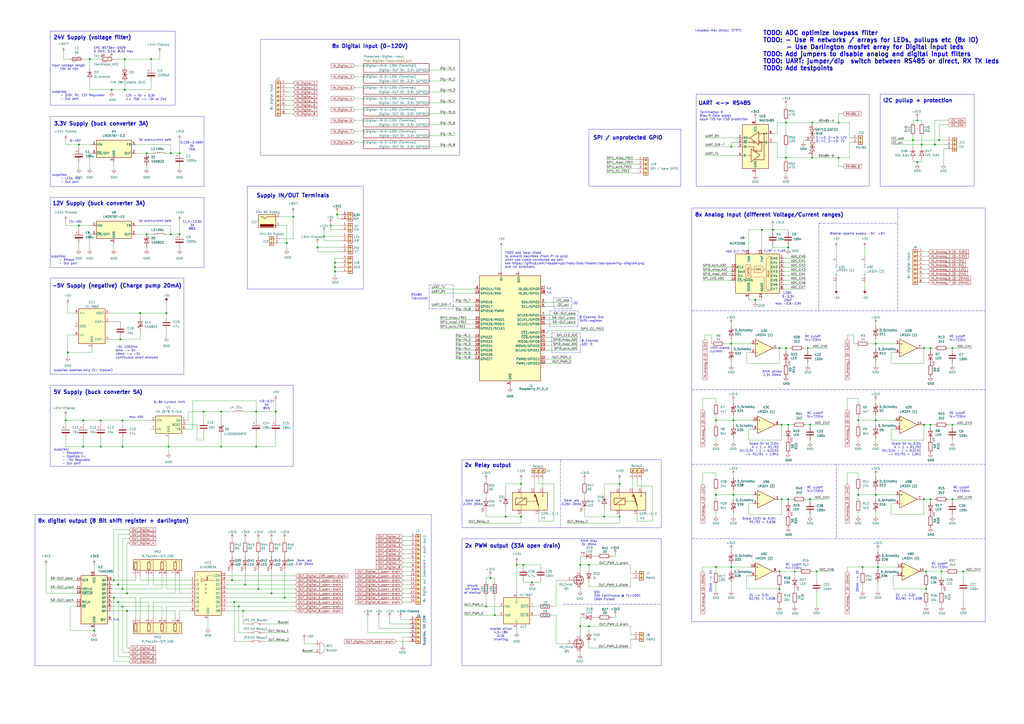
<source format=kicad_sch>
(kicad_sch
	(version 20231120)
	(generator "eeschema")
	(generator_version "8.0")
	(uuid "af4d11a6-73e1-4c39-a25e-5fe7dfa07237")
	(paper "A2")
	
	(junction
		(at 48.26 259.08)
		(diameter 0)
		(color 0 0 0 0)
		(uuid "04e54955-95ed-4070-adbb-7cee1b2c7a8b")
	)
	(junction
		(at 135.89 349.25)
		(diameter 0)
		(color 0 0 0 0)
		(uuid "05eca1c0-0042-44d8-82a8-b1f48175c33d")
	)
	(junction
		(at 486.41 91.44)
		(diameter 0)
		(color 0 0 0 0)
		(uuid "06f335d7-63de-4572-a20a-022b6c7f93c9")
	)
	(junction
		(at 542.29 83.82)
		(diameter 0)
		(color 0 0 0 0)
		(uuid "072c8fc6-89d0-4715-8ea4-dd9134761f17")
	)
	(junction
		(at 529.59 81.28)
		(diameter 0)
		(color 0 0 0 0)
		(uuid "07823899-5798-4592-8eff-8b1fe5858f30")
	)
	(junction
		(at 308.61 337.82)
		(diameter 0)
		(color 0 0 0 0)
		(uuid "0c7b1ae2-c684-4906-92c2-8dfa0b9613b9")
	)
	(junction
		(at 455.93 201.93)
		(diameter 0)
		(color 0 0 0 0)
		(uuid "0fefb793-9883-40a2-bd83-f35b47e8dbdb")
	)
	(junction
		(at 66.04 336.55)
		(diameter 0)
		(color 0 0 0 0)
		(uuid "10026633-9ac7-4b72-aa53-10151f42da81")
	)
	(junction
		(at 71.12 243.84)
		(diameter 0)
		(color 0 0 0 0)
		(uuid "105d8991-ac05-4276-b194-5060bc474cf0")
	)
	(junction
		(at 424.18 328.93)
		(diameter 0)
		(color 0 0 0 0)
		(uuid "11161079-c1a9-4ebe-8de9-fa873f6e9640")
	)
	(junction
		(at 142.24 339.09)
		(diameter 0)
		(color 0 0 0 0)
		(uuid "11903fdd-3575-4409-96d6-35550cd46cfd")
	)
	(junction
		(at 284.48 335.28)
		(diameter 0)
		(color 0 0 0 0)
		(uuid "14ee932b-b4bf-415b-ab21-01e0b930417b")
	)
	(junction
		(at 39.37 204.47)
		(diameter 0)
		(color 0 0 0 0)
		(uuid "16107448-b037-4021-a9bb-1fb19d6f36c7")
	)
	(junction
		(at 471.17 71.12)
		(diameter 0)
		(color 0 0 0 0)
		(uuid "1827b75e-5515-4844-a399-117e6918fd73")
	)
	(junction
		(at 149.86 341.63)
		(diameter 0)
		(color 0 0 0 0)
		(uuid "1ab2b0ca-ba04-4500-a455-f6bec6b9245f")
	)
	(junction
		(at 532.13 93.98)
		(diameter 0)
		(color 0 0 0 0)
		(uuid "1c476741-4a7f-44e7-a84a-5b0fc50d1df8")
	)
	(junction
		(at 72.39 52.07)
		(diameter 0)
		(color 0 0 0 0)
		(uuid "1ca1e8b3-a925-433d-8b97-4bcdb1b98a40")
	)
	(junction
		(at 457.2 246.38)
		(diameter 0)
		(color 0 0 0 0)
		(uuid "209182a8-b4b9-40cd-b5b2-bd90b860e927")
	)
	(junction
		(at 461.01 331.47)
		(diameter 0)
		(color 0 0 0 0)
		(uuid "2108f88e-bd30-4e37-bd43-f81a6b0a951c")
	)
	(junction
		(at 302.26 280.67)
		(diameter 0)
		(color 0 0 0 0)
		(uuid "213f96fc-26d9-4cf1-83bd-f4336ef00b81")
	)
	(junction
		(at 350.52 299.72)
		(diameter 0)
		(color 0 0 0 0)
		(uuid "236f3f4e-76e9-4351-baf1-7665cdb427aa")
	)
	(junction
		(at 128.27 238.76)
		(diameter 0)
		(color 0 0 0 0)
		(uuid "28045595-b22a-4b06-9953-9f52298bbfc3")
	)
	(junction
		(at 425.45 287.02)
		(diameter 0)
		(color 0 0 0 0)
		(uuid "28934ae1-6d54-433a-8602-d8951919fe72")
	)
	(junction
		(at 336.55 327.66)
		(diameter 0)
		(color 0 0 0 0)
		(uuid "2a544a35-89e9-4403-a76e-deca404b0df4")
	)
	(junction
		(at 455.93 71.12)
		(diameter 0)
		(color 0 0 0 0)
		(uuid "2d47b40e-d23f-458b-8bda-f40f4a63d16c")
	)
	(junction
		(at 415.29 287.02)
		(diameter 0)
		(color 0 0 0 0)
		(uuid "2f3e2706-66a2-4ddc-84d7-d0f87e408bee")
	)
	(junction
		(at 52.07 34.29)
		(diameter 0)
		(color 0 0 0 0)
		(uuid "323916cf-5786-4346-bdcd-89c81cb32737")
	)
	(junction
		(at 170.18 125.73)
		(diameter 0)
		(color 0 0 0 0)
		(uuid "36c7ffc8-59d3-497b-8dce-a7b0d2f66aca")
	)
	(junction
		(at 184.15 143.51)
		(diameter 0)
		(color 0 0 0 0)
		(uuid "36d68065-ce7c-4d04-bfc0-73baed985380")
	)
	(junction
		(at 48.26 243.84)
		(diameter 0)
		(color 0 0 0 0)
		(uuid "383ef42e-22d7-43b3-89d3-2af42737728c")
	)
	(junction
		(at 535.94 246.38)
		(diameter 0)
		(color 0 0 0 0)
		(uuid "3ae78f7f-94a6-4485-a6b5-d7ce73e1abef")
	)
	(junction
		(at 54.61 365.76)
		(diameter 0)
		(color 0 0 0 0)
		(uuid "3c754c5e-b249-46c4-9d05-9f550316aca5")
	)
	(junction
		(at 415.29 328.93)
		(diameter 0)
		(color 0 0 0 0)
		(uuid "3e62f561-0d72-4e6a-934a-49655edcba7a")
	)
	(junction
		(at 195.58 124.46)
		(diameter 0)
		(color 0 0 0 0)
		(uuid "4165b357-897a-49f2-9ef7-d976d8e6b00f")
	)
	(junction
		(at 58.42 243.84)
		(diameter 0)
		(color 0 0 0 0)
		(uuid "422bc740-9691-4697-b466-286d91cb40aa")
	)
	(junction
		(at 448.31 133.35)
		(diameter 0)
		(color 0 0 0 0)
		(uuid "42f8f2a2-d4f1-4f85-a7f3-af76fd15f334")
	)
	(junction
		(at 281.94 351.79)
		(diameter 0)
		(color 0 0 0 0)
		(uuid "45df1d33-cd46-4ea8-8c84-ecb0d5402893")
	)
	(junction
		(at 81.28 181.61)
		(diameter 0)
		(color 0 0 0 0)
		(uuid "49b65474-3c4a-461b-8a68-40a6b20540ce")
	)
	(junction
		(at 535.94 201.93)
		(diameter 0)
		(color 0 0 0 0)
		(uuid "4c28afa4-cb18-4457-bfd3-5c53dabd8baa")
	)
	(junction
		(at 66.04 346.71)
		(diameter 0)
		(color 0 0 0 0)
		(uuid "4dd49bce-72c0-4885-aaa1-4fc2ceee5ed9")
	)
	(junction
		(at 438.15 173.99)
		(diameter 0)
		(color 0 0 0 0)
		(uuid "4e57230f-aabe-47d0-b863-f2adc3d1ffe4")
	)
	(junction
		(at 537.21 331.47)
		(diameter 0)
		(color 0 0 0 0)
		(uuid "51a2075d-152f-4706-892e-e33346bc5c7c")
	)
	(junction
		(at 469.9 289.56)
		(diameter 0)
		(color 0 0 0 0)
		(uuid "5350fbf4-d95b-437a-9686-20f0bf58d3a4")
	)
	(junction
		(at 534.67 83.82)
		(diameter 0)
		(color 0 0 0 0)
		(uuid "53d66afe-70cb-456e-9b1b-03e37a30427c")
	)
	(junction
		(at 535.94 289.56)
		(diameter 0)
		(color 0 0 0 0)
		(uuid "5453c15f-3da7-498f-b4d4-eefd4a32800e")
	)
	(junction
		(at 71.12 259.08)
		(diameter 0)
		(color 0 0 0 0)
		(uuid "548e2dfb-04f2-4d21-ab49-d803782e4bea")
	)
	(junction
		(at 165.1 346.71)
		(diameter 0)
		(color 0 0 0 0)
		(uuid "5728ee18-fcb1-40dc-a17f-8fbad76f4f48")
	)
	(junction
		(at 497.84 243.84)
		(diameter 0)
		(color 0 0 0 0)
		(uuid "57a339c8-b411-45ff-a169-a3416d23d890")
	)
	(junction
		(at 359.41 299.72)
		(diameter 0)
		(color 0 0 0 0)
		(uuid "58641e9a-dfea-4a17-a599-d3f20704b922")
	)
	(junction
		(at 104.14 135.89)
		(diameter 0)
		(color 0 0 0 0)
		(uuid "5b0eb3d4-c4be-4d9b-9e7b-ef02c7a05fa6")
	)
	(junction
		(at 552.45 246.38)
		(diameter 0)
		(color 0 0 0 0)
		(uuid "5fd46808-879e-44b8-af18-96d3e87ab16f")
	)
	(junction
		(at 104.14 88.9)
		(diameter 0)
		(color 0 0 0 0)
		(uuid "6030d6cb-547f-4627-bb7a-29b5d50e2d7c")
	)
	(junction
		(at 532.13 69.85)
		(diameter 0)
		(color 0 0 0 0)
		(uuid "60649139-4bdd-472e-9af5-360b27505cfe")
	)
	(junction
		(at 45.72 83.82)
		(diameter 0)
		(color 0 0 0 0)
		(uuid "61300700-7a6f-4cf0-89e3-de24251aaf76")
	)
	(junction
		(at 500.38 328.93)
		(diameter 0)
		(color 0 0 0 0)
		(uuid "628c5c50-25e2-4f91-8c48-b88818b7ae22")
	)
	(junction
		(at 508 243.84)
		(diameter 0)
		(color 0 0 0 0)
		(uuid "681b0c0c-503e-42b4-b413-9d8b61948eb7")
	)
	(junction
		(at 187.96 137.16)
		(diameter 0)
		(color 0 0 0 0)
		(uuid "6cf7d574-f4cc-4d2d-aaa4-333b42743989")
	)
	(junction
		(at 299.72 327.66)
		(diameter 0)
		(color 0 0 0 0)
		(uuid "6f8dae14-e5bb-4ed3-8136-992dd6b276bb")
	)
	(junction
		(at 441.96 133.35)
		(diameter 0)
		(color 0 0 0 0)
		(uuid "71c80c36-cea0-487c-bcb3-ac90e6cf6909")
	)
	(junction
		(at 99.06 135.89)
		(diameter 0)
		(color 0 0 0 0)
		(uuid "72aa6fa5-05f9-4fb4-9b06-f61f0b76719e")
	)
	(junction
		(at 497.84 287.02)
		(diameter 0)
		(color 0 0 0 0)
		(uuid "72cd6455-fb65-4b52-8421-80100f0ddc8f")
	)
	(junction
		(at 68.58 339.09)
		(diameter 0)
		(color 0 0 0 0)
		(uuid "751fb691-f4d4-4afb-8c99-237d44216e6a")
	)
	(junction
		(at 160.02 238.76)
		(diameter 0)
		(color 0 0 0 0)
		(uuid "75c001cd-17a9-469a-b125-e6fab77c80b6")
	)
	(junction
		(at 457.2 143.51)
		(diameter 0)
		(color 0 0 0 0)
		(uuid "7b6a19d9-d84c-4ace-9ad2-e52657e5669a")
	)
	(junction
		(at 96.52 181.61)
		(diameter 0)
		(color 0 0 0 0)
		(uuid "7e3134f9-4b48-4e64-b337-949ca5145048")
	)
	(junction
		(at 166.37 140.97)
		(diameter 0)
		(color 0 0 0 0)
		(uuid "7e34b571-ccc5-431c-9beb-4c51058dace2")
	)
	(junction
		(at 452.12 331.47)
		(diameter 0)
		(color 0 0 0 0)
		(uuid "7eee6ae0-e862-4cf5-a20a-077da3b5824a")
	)
	(junction
		(at 552.45 201.93)
		(diameter 0)
		(color 0 0 0 0)
		(uuid "85be4b5b-1dd3-4429-a51f-714f415e4cb3")
	)
	(junction
		(at 58.42 259.08)
		(diameter 0)
		(color 0 0 0 0)
		(uuid "8858408f-f194-4c4f-bd3d-5f79bdeb0f2d")
	)
	(junction
		(at 194.31 152.4)
		(diameter 0)
		(color 0 0 0 0)
		(uuid "88c2711e-5b03-40e9-b711-09a368eecd39")
	)
	(junction
		(at 148.59 259.08)
		(diameter 0)
		(color 0 0 0 0)
		(uuid "89ab178e-a455-4ee1-9c37-6616d82dbbfd")
	)
	(junction
		(at 99.06 88.9)
		(diameter 0)
		(color 0 0 0 0)
		(uuid "8a14436b-3658-4869-9928-b6970ddfd0dd")
	)
	(junction
		(at 425.45 243.84)
		(diameter 0)
		(color 0 0 0 0)
		(uuid "8c0d1323-aeaa-4fdf-940b-e96e8f624588")
	)
	(junction
		(at 508 287.02)
		(diameter 0)
		(color 0 0 0 0)
		(uuid "8c384515-970b-4a9b-9d25-34f7c7cf5a31")
	)
	(junction
		(at 303.53 327.66)
		(diameter 0)
		(color 0 0 0 0)
		(uuid "900094c6-ad82-42ce-b9e4-bbff1fbd4f7d")
	)
	(junction
		(at 157.48 344.17)
		(diameter 0)
		(color 0 0 0 0)
		(uuid "96561ec8-8fb0-4b54-8190-e8ea97ddc94c")
	)
	(junction
		(at 45.72 130.81)
		(diameter 0)
		(color 0 0 0 0)
		(uuid "9ce26f46-c13d-457f-b7ea-3cb9a3964209")
	)
	(junction
		(at 87.63 34.29)
		(diameter 0)
		(color 0 0 0 0)
		(uuid "9e5cf790-7802-46af-ab1e-37a6016aa652")
	)
	(junction
		(at 537.21 341.63)
		(diameter 0)
		(color 0 0 0 0)
		(uuid "9f9cd4a1-53b7-4b90-939d-1f42f0144daf")
	)
	(junction
		(at 71.12 341.63)
		(diameter 0)
		(color 0 0 0 0)
		(uuid "a02a0c35-7237-4690-930d-ae7d81a03d46")
	)
	(junction
		(at 148.59 238.76)
		(diameter 0)
		(color 0 0 0 0)
		(uuid "a1035066-f2bd-42c1-b35e-660253af95e6")
	)
	(junction
		(at 38.1 243.84)
		(diameter 0)
		(color 0 0 0 0)
		(uuid "a1588343-c251-454b-b53e-fff8eaaaa3ac")
	)
	(junction
		(at 424.18 85.09)
		(diameter 0)
		(color 0 0 0 0)
		(uuid "a3b0547d-f7ce-442b-817a-271db96a0661")
	)
	(junction
		(at 457.2 289.56)
		(diameter 0)
		(color 0 0 0 0)
		(uuid "a647ae42-673a-4b30-ba91-f5c0de2d1fb1")
	)
	(junction
		(at 415.29 243.84)
		(diameter 0)
		(color 0 0 0 0)
		(uuid "a8916f2a-3760-4408-a711-e8008e50a42d")
	)
	(junction
		(at 552.45 289.56)
		(diameter 0)
		(color 0 0 0 0)
		(uuid "a8b20a5e-2fbe-4704-8e22-2faf27846df8")
	)
	(junction
		(at 469.9 246.38)
		(diameter 0)
		(color 0 0 0 0)
		(uuid "aad29792-d123-4844-9da8-1df2be24a9d5")
	)
	(junction
		(at 509.27 328.93)
		(diameter 0)
		(color 0 0 0 0)
		(uuid "ab657e53-e46e-4daf-86ec-72046f57a401")
	)
	(junction
		(at 293.37 299.72)
		(diameter 0)
		(color 0 0 0 0)
		(uuid "ac1970be-fc9a-493a-b832-4f526b5d8a6f")
	)
	(junction
		(at 544.83 81.28)
		(diameter 0)
		(color 0 0 0 0)
		(uuid "ac4ac232-9a0f-4efe-bd40-aa7c1fcbaeed")
	)
	(junction
		(at 64.77 52.07)
		(diameter 0)
		(color 0 0 0 0)
		(uuid "aec62089-2d46-4a73-8fe2-9440797f680d")
	)
	(junction
		(at 191.77 130.81)
		(diameter 0)
		(color 0 0 0 0)
		(uuid "afe0a47e-780f-4d3f-922b-cf183727c03c")
	)
	(junction
		(at 140.97 354.33)
		(diameter 0)
		(color 0 0 0 0)
		(uuid "b03b65c9-d63a-4b4e-b4bc-bfd5bb85047b")
	)
	(junction
		(at 128.27 259.08)
		(diameter 0)
		(color 0 0 0 0)
		(uuid "b129a554-6918-436f-b908-937c28939470")
	)
	(junction
		(at 194.31 154.94)
		(diameter 0)
		(color 0 0 0 0)
		(uuid "b2e8f750-2b92-45ce-8a68-634998755450")
	)
	(junction
		(at 85.09 135.89)
		(diameter 0)
		(color 0 0 0 0)
		(uuid "b75be159-2e10-4f46-b206-2354b78b9157")
	)
	(junction
		(at 486.41 71.12)
		(diameter 0)
		(color 0 0 0 0)
		(uuid "b75f83a7-ff43-422c-8aef-b23c65dc9f58")
	)
	(junction
		(at 452.12 341.63)
		(diameter 0)
		(color 0 0 0 0)
		(uuid "bc0e8895-a168-4b32-a3ae-032222041331")
	)
	(junction
		(at 85.09 88.9)
		(diameter 0)
		(color 0 0 0 0)
		(uuid "bcb07714-ac5e-4281-b3c3-552386782e56")
	)
	(junction
		(at 359.41 280.67)
		(diameter 0)
		(color 0 0 0 0)
		(uuid "c25e2208-2d4a-4a5d-b1b6-520bc7405c20")
	)
	(junction
		(at 71.12 351.79)
		(diameter 0)
		(color 0 0 0 0)
		(uuid "c2a7d60c-8406-4629-9f9f-20facc991908")
	)
	(junction
		(at 336.55 363.22)
		(diameter 0)
		(color 0 0 0 0)
		(uuid "c583ebaa-dbb1-42bf-9503-cd46d9d9c934")
	)
	(junction
		(at 424.18 199.39)
		(diameter 0)
		(color 0 0 0 0)
		(uuid "c5e0eb5b-7c3b-45d6-94c4-c8f1aeb4edda")
	)
	(junction
		(at 558.8 331.47)
		(diameter 0)
		(color 0 0 0 0)
		(uuid "c6fd9455-a40f-495c-b522-dad68ccccb40")
	)
	(junction
		(at 68.58 349.25)
		(diameter 0)
		(color 0 0 0 0)
		(uuid "c7252f51-5593-44ea-9ef0-15644cb2b836")
	)
	(junction
		(at 468.63 201.93)
		(diameter 0)
		(color 0 0 0 0)
		(uuid "c9a1a788-271b-4313-91ac-1eb41a1be2d1")
	)
	(junction
		(at 73.66 344.17)
		(diameter 0)
		(color 0 0 0 0)
		(uuid "ca97fd06-a20b-4255-9402-c6f0775648c9")
	)
	(junction
		(at 539.75 289.56)
		(diameter 0)
		(color 0 0 0 0)
		(uuid "cce9ddbf-6d0b-4bc9-aa3e-08b573ecddaa")
	)
	(junction
		(at 539.75 246.38)
		(diameter 0)
		(color 0 0 0 0)
		(uuid "cef5d492-924d-4b16-915e-16292a4ec979")
	)
	(junction
		(at 546.1 331.47)
		(diameter 0)
		(color 0 0 0 0)
		(uuid "d3002e4b-d3e1-40cc-9b8a-5d2c7334c6dd")
	)
	(junction
		(at 539.75 201.93)
		(diameter 0)
		(color 0 0 0 0)
		(uuid "d5958f52-db39-4d96-9f5c-46cc0e0a9c13")
	)
	(junction
		(at 471.17 91.44)
		(diameter 0)
		(color 0 0 0 0)
		(uuid "d5f0980c-b894-41c8-ad9a-99d84da95533")
	)
	(junction
		(at 341.63 363.22)
		(diameter 0)
		(color 0 0 0 0)
		(uuid "d7f6abff-a394-48b0-8295-d13e407a04cb")
	)
	(junction
		(at 72.39 34.29)
		(diameter 0)
		(color 0 0 0 0)
		(uuid "d8f092e7-91d1-49cd-8b38-bfbac74525e6")
	)
	(junction
		(at 473.71 331.47)
		(diameter 0)
		(color 0 0 0 0)
		(uuid "dd672ca4-9aed-4510-a18a-eaf4c4b1b5b2")
	)
	(junction
		(at 508 199.39)
		(diameter 0)
		(color 0 0 0 0)
		(uuid "dd99b0be-8d82-412c-a9e5-745f68c0f208")
	)
	(junction
		(at 453.39 246.38)
		(diameter 0)
		(color 0 0 0 0)
		(uuid "e06e2f01-d838-48f6-8efa-7e05b926ca29")
	)
	(junction
		(at 302.26 299.72)
		(diameter 0)
		(color 0 0 0 0)
		(uuid "e0fcc60c-adef-4503-b67d-31eec596d694")
	)
	(junction
		(at 287.02 356.87)
		(diameter 0)
		(color 0 0 0 0)
		(uuid "e53c7c71-19dd-4ec4-8ce2-7755b910932a")
	)
	(junction
		(at 134.62 336.55)
		(diameter 0)
		(color 0 0 0 0)
		(uuid "e5bd5461-5bb2-4b08-87c8-6e463ef8db0a")
	)
	(junction
		(at 118.11 238.76)
		(diameter 0)
		(color 0 0 0 0)
		(uuid "e70a65f8-f7a2-47ed-978c-48ab0ab55eb7")
	)
	(junction
		(at 341.63 327.66)
		(diameter 0)
		(color 0 0 0 0)
		(uuid "e8615103-e90c-4f75-b440-b8fad443ff1e")
	)
	(junction
		(at 69.85 196.85)
		(diameter 0)
		(color 0 0 0 0)
		(uuid "eac55c9c-6217-4313-8428-a310d44dd53f")
	)
	(junction
		(at 455.93 91.44)
		(diameter 0)
		(color 0 0 0 0)
		(uuid "ed02a82a-9a4c-446b-b18a-c2e77fed11fa")
	)
	(junction
		(at 453.39 289.56)
		(diameter 0)
		(color 0 0 0 0)
		(uuid "ef6c709f-f6a8-4332-b336-2fc745163133")
	)
	(junction
		(at 97.79 259.08)
		(diameter 0)
		(color 0 0 0 0)
		(uuid "f74be3ca-6702-47ef-b237-4f888ce46f38")
	)
	(junction
		(at 194.31 157.48)
		(diameter 0)
		(color 0 0 0 0)
		(uuid "f7f75933-16ea-47d7-b287-2e617fa65d71")
	)
	(junction
		(at 138.43 351.79)
		(diameter 0)
		(color 0 0 0 0)
		(uuid "fae7fc45-5150-4de6-9de8-a36ec31aa312")
	)
	(junction
		(at 452.12 201.93)
		(diameter 0)
		(color 0 0 0 0)
		(uuid "fbce1fdb-db5b-4f19-bbb5-0a9c27bcbc89")
	)
	(junction
		(at 73.66 354.33)
		(diameter 0)
		(color 0 0 0 0)
		(uuid "fcfc1728-3653-4623-b7b5-a4e4cd6811ba")
	)
	(wire
		(pts
			(xy 457.2 142.24) (xy 457.2 143.51)
		)
		(stroke
			(width 0)
			(type default)
		)
		(uuid "0054231e-6c1c-4b62-a261-da803b448710")
	)
	(wire
		(pts
			(xy 198.12 139.7) (xy 187.96 139.7)
		)
		(stroke
			(width 0)
			(type default)
		)
		(uuid "00545783-b683-4c25-a5a8-313c6c100a89")
	)
	(wire
		(pts
			(xy 233.68 323.85) (xy 237.49 323.85)
		)
		(stroke
			(width 0)
			(type default)
		)
		(uuid "00818073-0ff6-4df9-84ad-d009831f149e")
	)
	(wire
		(pts
			(xy 157.48 330.2) (xy 157.48 344.17)
		)
		(stroke
			(width 0)
			(type default)
		)
		(uuid "008afce7-2f89-4bee-bec1-74412a14f6ad")
	)
	(wire
		(pts
			(xy 415.29 339.09) (xy 415.29 342.9)
		)
		(stroke
			(width 0)
			(type default)
		)
		(uuid "00ef2f56-37bd-4ed0-aeb9-aa019bd24e2f")
	)
	(wire
		(pts
			(xy 138.43 367.03) (xy 138.43 351.79)
		)
		(stroke
			(width 0)
			(type default)
		)
		(uuid "00fdba94-28e0-4b7e-a3f6-8468a273182f")
	)
	(wire
		(pts
			(xy 287.02 356.87) (xy 289.56 356.87)
		)
		(stroke
			(width 0)
			(type default)
		)
		(uuid "017d5216-18df-44a3-a6da-36993ef9117e")
	)
	(wire
		(pts
			(xy 469.9 246.38) (xy 469.9 247.65)
		)
		(stroke
			(width 0)
			(type default)
		)
		(uuid "01a5f7f5-381b-4726-8886-b420b25ccedd")
	)
	(wire
		(pts
			(xy 130.81 349.25) (xy 135.89 349.25)
		)
		(stroke
			(width 0)
			(type default)
		)
		(uuid "01f70877-5d35-4473-8154-b32633fb4439")
	)
	(wire
		(pts
			(xy 299.72 327.66) (xy 303.53 327.66)
		)
		(stroke
			(width 0)
			(type default)
		)
		(uuid "02432959-10b0-4f2a-af2d-7311d5fec00d")
	)
	(wire
		(pts
			(xy 248.92 85.09) (xy 264.16 85.09)
		)
		(stroke
			(width 0)
			(type default)
		)
		(uuid "02ad12e9-171b-44af-b8d5-404ce7de4145")
	)
	(wire
		(pts
			(xy 54.61 364.49) (xy 54.61 365.76)
		)
		(stroke
			(width 0)
			(type default)
		)
		(uuid "02caf3da-4dfe-464a-bed0-55c975aa32ca")
	)
	(wire
		(pts
			(xy 264.16 195.58) (xy 275.59 195.58)
		)
		(stroke
			(width 0)
			(type default)
		)
		(uuid "02f927d2-46f0-4067-bb2c-7b5ed625f8eb")
	)
	(wire
		(pts
			(xy 162.56 138.43) (xy 170.18 138.43)
		)
		(stroke
			(width 0)
			(type default)
		)
		(uuid "02fbffc1-1a80-4729-b02b-5df049ccd742")
	)
	(wire
		(pts
			(xy 365.76 368.3) (xy 365.76 363.22)
		)
		(stroke
			(width 0)
			(type default)
		)
		(uuid "030da04f-bb6a-49d5-a07a-b1ac13ef0d2c")
	)
	(wire
		(pts
			(xy 149.86 330.2) (xy 149.86 341.63)
		)
		(stroke
			(width 0)
			(type default)
		)
		(uuid "041815f2-6a56-4b6a-bb9d-9c928a900a5c")
	)
	(wire
		(pts
			(xy 453.39 246.38) (xy 457.2 246.38)
		)
		(stroke
			(width 0)
			(type default)
		)
		(uuid "04304b2e-0c68-4a14-bbe0-0e23cac30e94")
	)
	(wire
		(pts
			(xy 529.59 71.12) (xy 529.59 69.85)
		)
		(stroke
			(width 0)
			(type default)
		)
		(uuid "0445f1c5-cbd7-41f2-81d5-6122602375c6")
	)
	(polyline
		(pts
			(xy 326.39 350.52) (xy 383.54 350.52)
		)
		(stroke
			(width 0)
			(type dash)
		)
		(uuid "0562829c-78ed-418e-bf83-3ad41711062d")
	)
	(wire
		(pts
			(xy 128.27 252.73) (xy 128.27 259.08)
		)
		(stroke
			(width 0)
			(type default)
		)
		(uuid "056eeaf6-cef0-4a15-9aa0-a138145aa6e3")
	)
	(wire
		(pts
			(xy 321.31 280.67) (xy 321.31 302.26)
		)
		(stroke
			(width 0)
			(type default)
		)
		(uuid "05769be8-6486-49a6-96aa-282d535c7d39")
	)
	(wire
		(pts
			(xy 434.34 144.78) (xy 434.34 133.35)
		)
		(stroke
			(width 0)
			(type default)
		)
		(uuid "05c7cccb-cca5-4623-97c8-040d9b4df307")
	)
	(wire
		(pts
			(xy 66.04 336.55) (xy 78.74 336.55)
		)
		(stroke
			(width 0)
			(type default)
		)
		(uuid "060a1e46-185f-46d5-bb25-4b502bfab042")
	)
	(wire
		(pts
			(xy 45.72 83.82) (xy 53.34 83.82)
		)
		(stroke
			(width 0)
			(type default)
		)
		(uuid "062e080a-8aeb-47cc-970e-09456cd360cd")
	)
	(wire
		(pts
			(xy 135.89 349.25) (xy 171.45 349.25)
		)
		(stroke
			(width 0)
			(type default)
		)
		(uuid "0659393b-3309-4473-b9a3-0b8d8e6240c7")
	)
	(wire
		(pts
			(xy 454.66 149.86) (xy 467.36 149.86)
		)
		(stroke
			(width 0)
			(type default)
		)
		(uuid "068083fa-fce7-43b5-8463-4f98840e7a26")
	)
	(wire
		(pts
			(xy 93.98 341.63) (xy 93.98 334.01)
		)
		(stroke
			(width 0)
			(type default)
		)
		(uuid "0682b7ac-d716-40a5-af74-9d38bd3e4468")
	)
	(wire
		(pts
			(xy 321.31 302.26) (xy 312.42 302.26)
		)
		(stroke
			(width 0)
			(type default)
		)
		(uuid "06a1b25e-5913-4cbd-a6dc-df54f02c3062")
	)
	(wire
		(pts
			(xy 316.23 182.88) (xy 334.01 182.88)
		)
		(stroke
			(width 0)
			(type default)
		)
		(uuid "06d6f191-9971-474b-b097-e0a1a133101e")
	)
	(wire
		(pts
			(xy 74.93 309.88) (xy 68.58 309.88)
		)
		(stroke
			(width 0)
			(type default)
		)
		(uuid "0768423a-ac1c-4f99-9532-7ef87789f549")
	)
	(wire
		(pts
			(xy 81.28 191.77) (xy 81.28 196.85)
		)
		(stroke
			(width 0)
			(type default)
		)
		(uuid "07802d6c-0405-4611-8498-2921642973c9")
	)
	(wire
		(pts
			(xy 457.2 289.56) (xy 459.74 289.56)
		)
		(stroke
			(width 0)
			(type default)
		)
		(uuid "08d4afc6-7a52-4c48-90ea-de03339f3fec")
	)
	(wire
		(pts
			(xy 434.34 292.1) (xy 434.34 298.45)
		)
		(stroke
			(width 0)
			(type default)
		)
		(uuid "08da2754-5954-4cc6-88b7-c43418808a5f")
	)
	(wire
		(pts
			(xy 233.68 331.47) (xy 237.49 331.47)
		)
		(stroke
			(width 0)
			(type default)
		)
		(uuid "09105bff-0442-453e-b260-c98527da345d")
	)
	(wire
		(pts
			(xy 69.85 196.85) (xy 63.5 196.85)
		)
		(stroke
			(width 0)
			(type default)
		)
		(uuid "09231105-ced3-4313-bf61-0ff5f84aa1d1")
	)
	(wire
		(pts
			(xy 454.66 152.4) (xy 467.36 152.4)
		)
		(stroke
			(width 0)
			(type default)
		)
		(uuid "0932f8bf-1781-41f0-8075-3b7e84ddb5c7")
	)
	(polyline
		(pts
			(xy 401.32 312.42) (xy 571.5 312.42)
		)
		(stroke
			(width 0)
			(type dash)
		)
		(uuid "094d5652-c661-4611-aef7-df74f3da51b8")
	)
	(wire
		(pts
			(xy 52.07 97.79) (xy 52.07 88.9)
		)
		(stroke
			(width 0)
			(type default)
		)
		(uuid "096d85b4-5d51-44af-82ba-979fa750f17a")
	)
	(wire
		(pts
			(xy 497.84 284.48) (xy 497.84 287.02)
		)
		(stroke
			(width 0)
			(type default)
		)
		(uuid "09d9a41a-af3c-4a91-ad4d-2c3b79cf9ec7")
	)
	(wire
		(pts
			(xy 54.61 327.66) (xy 54.61 331.47)
		)
		(stroke
			(width 0)
			(type default)
		)
		(uuid "0a051774-4cbb-4b66-bf37-8910fac947bb")
	)
	(wire
		(pts
			(xy 539.75 246.38) (xy 539.75 247.65)
		)
		(stroke
			(width 0)
			(type default)
		)
		(uuid "0a19eb4a-b45c-478b-9d63-c374df4a79a0")
	)
	(wire
		(pts
			(xy 81.28 181.61) (xy 96.52 181.61)
		)
		(stroke
			(width 0)
			(type default)
		)
		(uuid "0a9bbdf8-1908-4d8c-8217-07db364293b0")
	)
	(wire
		(pts
			(xy 64.77 354.33) (xy 73.66 354.33)
		)
		(stroke
			(width 0)
			(type default)
		)
		(uuid "0aa33d96-2e44-4442-b63d-f8ede3d506ac")
	)
	(wire
		(pts
			(xy 415.29 274.32) (xy 415.29 276.86)
		)
		(stroke
			(width 0)
			(type default)
		)
		(uuid "0b798a4e-ae38-46ca-9967-253a2656e0f1")
	)
	(wire
		(pts
			(xy 68.58 381) (xy 68.58 349.25)
		)
		(stroke
			(width 0)
			(type default)
		)
		(uuid "0d64bcbd-9b4c-4f6e-98d3-beab5b2606b6")
	)
	(wire
		(pts
			(xy 88.9 339.09) (xy 110.49 339.09)
		)
		(stroke
			(width 0)
			(type default)
		)
		(uuid "0e92e4be-38e2-45e5-939b-f91def45932d")
	)
	(wire
		(pts
			(xy 497.84 243.84) (xy 497.84 246.38)
		)
		(stroke
			(width 0)
			(type default)
		)
		(uuid "0f4644b6-fa54-41ce-a769-bba1ac182829")
	)
	(wire
		(pts
			(xy 438.15 68.58) (xy 438.15 69.85)
		)
		(stroke
			(width 0)
			(type default)
		)
		(uuid "0fdad08b-4b60-4f92-976c-2a5e922013e0")
	)
	(wire
		(pts
			(xy 148.59 238.76) (xy 148.59 243.84)
		)
		(stroke
			(width 0)
			(type default)
		)
		(uuid "10545d38-a86d-4f4b-9d61-a90e5b83a28b")
	)
	(wire
		(pts
			(xy 138.43 351.79) (xy 171.45 351.79)
		)
		(stroke
			(width 0)
			(type default)
		)
		(uuid "105e6ead-c219-4b9a-9c48-5f4c927466e0")
	)
	(wire
		(pts
			(xy 491.49 274.32) (xy 497.84 274.32)
		)
		(stroke
			(width 0)
			(type default)
		)
		(uuid "10a6a44e-d783-4ce2-86b8-20bd8032d780")
	)
	(wire
		(pts
			(xy 264.16 203.2) (xy 275.59 203.2)
		)
		(stroke
			(width 0)
			(type default)
		)
		(uuid "10a757e5-89b9-4989-b591-35fa1e44e30a")
	)
	(wire
		(pts
			(xy 535.94 255.27) (xy 535.94 246.38)
		)
		(stroke
			(width 0)
			(type default)
		)
		(uuid "1103b789-e8a0-437b-b861-57f3bb0fe1fd")
	)
	(wire
		(pts
			(xy 148.59 238.76) (xy 160.02 238.76)
		)
		(stroke
			(width 0)
			(type default)
		)
		(uuid "11050421-263c-408e-9ff9-8d4704e38685")
	)
	(wire
		(pts
			(xy 508 209.55) (xy 508 212.09)
		)
		(stroke
			(width 0)
			(type default)
		)
		(uuid "110938bc-7e57-48c8-9cf6-d617786f4017")
	)
	(wire
		(pts
			(xy 316.23 185.42) (xy 334.01 185.42)
		)
		(stroke
			(width 0)
			(type default)
		)
		(uuid "119c66a0-9194-4112-8a35-c7ab420db9e3")
	)
	(wire
		(pts
			(xy 341.63 363.22) (xy 341.63 365.76)
		)
		(stroke
			(width 0)
			(type default)
		)
		(uuid "11c359c3-26fe-4117-8dcc-0f087608c0a4")
	)
	(wire
		(pts
			(xy 529.59 93.98) (xy 532.13 93.98)
		)
		(stroke
			(width 0)
			(type default)
		)
		(uuid "120cdc1a-687e-4eba-afd7-f1b2efe76e94")
	)
	(wire
		(pts
			(xy 170.18 63.5) (xy 166.37 63.5)
		)
		(stroke
			(width 0)
			(type default)
		)
		(uuid "1238accc-b1f4-495d-9555-1773ffdde48b")
	)
	(wire
		(pts
			(xy 407.67 231.14) (xy 415.29 231.14)
		)
		(stroke
			(width 0)
			(type default)
		)
		(uuid "1257bc49-635e-40d2-adbc-efdb0b93d729")
	)
	(wire
		(pts
			(xy 104.14 143.51) (xy 104.14 144.78)
		)
		(stroke
			(width 0)
			(type default)
		)
		(uuid "125a7d11-0e70-4fc2-ad30-a60c78e9f5a4")
	)
	(wire
		(pts
			(xy 198.12 143.51) (xy 184.15 143.51)
		)
		(stroke
			(width 0)
			(type default)
		)
		(uuid "1277afae-9962-4396-93da-5f8be530e087")
	)
	(wire
		(pts
			(xy 29.21 336.55) (xy 44.45 336.55)
		)
		(stroke
			(width 0)
			(type default)
		)
		(uuid "12a983d3-1186-4ca8-a60c-5c45001d78ec")
	)
	(wire
		(pts
			(xy 424.18 82.55) (xy 427.99 82.55)
		)
		(stroke
			(width 0)
			(type default)
		)
		(uuid "12d77e0a-5dcd-4dd0-8d7e-2bd92b3f4f23")
	)
	(wire
		(pts
			(xy 170.18 48.26) (xy 166.37 48.26)
		)
		(stroke
			(width 0)
			(type default)
		)
		(uuid "131e9cc7-fe99-45a7-b73f-6d1a85fbc334")
	)
	(wire
		(pts
			(xy 534.67 93.98) (xy 534.67 92.71)
		)
		(stroke
			(width 0)
			(type default)
		)
		(uuid "135d3430-334d-4aef-a7e9-ae49e108ebcb")
	)
	(wire
		(pts
			(xy 160.02 251.46) (xy 160.02 259.08)
		)
		(stroke
			(width 0)
			(type default)
		)
		(uuid "137c88a4-e84c-4de9-8e08-42b4620e394d")
	)
	(wire
		(pts
			(xy 52.07 34.29) (xy 52.07 39.37)
		)
		(stroke
			(width 0)
			(type default)
		)
		(uuid "147be2c8-821e-4c84-a2e1-06b7f4973251")
	)
	(wire
		(pts
			(xy 448.31 143.51) (xy 457.2 143.51)
		)
		(stroke
			(width 0)
			(type default)
		)
		(uuid "14e2a1f5-5ec8-44d4-8c05-ee4cab2bd0fb")
	)
	(wire
		(pts
			(xy 535.94 158.75) (xy 538.48 158.75)
		)
		(stroke
			(width 0)
			(type default)
		)
		(uuid "14f8bc70-e152-47b8-b5b7-589734aa4ea8")
	)
	(wire
		(pts
			(xy 539.75 201.93) (xy 542.29 201.93)
		)
		(stroke
			(width 0)
			(type default)
		)
		(uuid "15621219-290f-410b-a757-cdd9d2345727")
	)
	(wire
		(pts
			(xy 452.12 331.47) (xy 452.12 332.74)
		)
		(stroke
			(width 0)
			(type default)
		)
		(uuid "1650821f-6f72-4ef4-81aa-36ef4033d5a7")
	)
	(wire
		(pts
			(xy 157.48 312.42) (xy 157.48 313.69)
		)
		(stroke
			(width 0)
			(type default)
		)
		(uuid "17126ad0-a1ca-48f1-8760-53792368c4a8")
	)
	(wire
		(pts
			(xy 96.52 334.01) (xy 96.52 341.63)
		)
		(stroke
			(width 0)
			(type default)
		)
		(uuid "17133fa4-9e22-455f-99d1-e5ad0e844480")
	)
	(wire
		(pts
			(xy 96.52 341.63) (xy 110.49 341.63)
		)
		(stroke
			(width 0)
			(type default)
		)
		(uuid "17b72f9a-c181-4330-a138-b94bb453fd18")
	)
	(wire
		(pts
			(xy 452.12 210.82) (xy 452.12 201.93)
		)
		(stroke
			(width 0)
			(type default)
		)
		(uuid "17bbe78c-8ffb-4b23-9f87-29b2d98865bc")
	)
	(wire
		(pts
			(xy 264.16 180.34) (xy 275.59 180.34)
		)
		(stroke
			(width 0)
			(type default)
		)
		(uuid "18bd5913-41be-4769-8641-d6823b668dd5")
	)
	(wire
		(pts
			(xy 303.53 328.93) (xy 303.53 327.66)
		)
		(stroke
			(width 0)
			(type default)
		)
		(uuid "18dc0aef-b3db-4808-8839-8af1912155b4")
	)
	(wire
		(pts
			(xy 233.68 369.57) (xy 237.49 369.57)
		)
		(stroke
			(width 0)
			(type default)
		)
		(uuid "1995e748-4771-480d-8d31-bf8f590a5fd4")
	)
	(wire
		(pts
			(xy 281.94 295.91) (xy 281.94 299.72)
		)
		(stroke
			(width 0)
			(type default)
		)
		(uuid "1a9b8154-dfe5-48da-9674-520ef25d19f9")
	)
	(wire
		(pts
			(xy 436.88 248.92) (xy 434.34 248.92)
		)
		(stroke
			(width 0)
			(type default)
		)
		(uuid "1a9d8fbd-579f-424a-9e77-5087a207aaee")
	)
	(wire
		(pts
			(xy 452.12 246.38) (xy 453.39 246.38)
		)
		(stroke
			(width 0)
			(type default)
		)
		(uuid "1aa8f332-c29d-4eb2-9746-0ba21528bbb1")
	)
	(wire
		(pts
			(xy 425.45 287.02) (xy 425.45 289.56)
		)
		(stroke
			(width 0)
			(type default)
		)
		(uuid "1ab50263-9f5c-45b0-a434-9b22b0ecc0b3")
	)
	(wire
		(pts
			(xy 226.06 358.14) (xy 226.06 361.95)
		)
		(stroke
			(width 0)
			(type default)
		)
		(uuid "1b0423a9-ac21-4381-b2bb-e077ef5bc744")
	)
	(wire
		(pts
			(xy 473.71 331.47) (xy 483.87 331.47)
		)
		(stroke
			(width 0)
			(type default)
		)
		(uuid "1b61ec39-a1f0-4ae9-998a-52f9c8a37aff")
	)
	(wire
		(pts
			(xy 71.12 341.63) (xy 93.98 341.63)
		)
		(stroke
			(width 0)
			(type default)
		)
		(uuid "1b7db8ef-e462-40ed-856c-eba3332fba95")
	)
	(wire
		(pts
			(xy 85.09 88.9) (xy 88.9 88.9)
		)
		(stroke
			(width 0)
			(type default)
		)
		(uuid "1bc6767a-124e-4752-8da3-4dc2026b8aff")
	)
	(wire
		(pts
			(xy 157.48 321.31) (xy 157.48 322.58)
		)
		(stroke
			(width 0)
			(type default)
		)
		(uuid "1c1058ab-44fa-4aec-96f9-9980669af0e0")
	)
	(wire
		(pts
			(xy 165.1 346.71) (xy 171.45 346.71)
		)
		(stroke
			(width 0)
			(type default)
		)
		(uuid "1c8869c3-e3cb-45c8-aafa-8fae3a4606d4")
	)
	(wire
		(pts
			(xy 415.29 297.18) (xy 415.29 299.72)
		)
		(stroke
			(width 0)
			(type default)
		)
		(uuid "1cd423c6-1734-4ded-95b9-a2f47a1cdd8c")
	)
	(wire
		(pts
			(xy 219.71 364.49) (xy 237.49 364.49)
		)
		(stroke
			(width 0)
			(type default)
		)
		(uuid "1cdef835-a997-4aab-a25f-77a45a5e5179")
	)
	(wire
		(pts
			(xy 508 243.84) (xy 519.43 243.84)
		)
		(stroke
			(width 0)
			(type default)
		)
		(uuid "1cf853d4-e902-45a8-88bd-a25890ed60dc")
	)
	(wire
		(pts
			(xy 281.94 299.72) (xy 293.37 299.72)
		)
		(stroke
			(width 0)
			(type default)
		)
		(uuid "1d3d64b3-6f1d-4f1a-ae88-95cfc9beaf80")
	)
	(wire
		(pts
			(xy 248.92 66.04) (xy 264.16 66.04)
		)
		(stroke
			(width 0)
			(type default)
		)
		(uuid "1d63371b-b18c-4c68-a193-5ab28dd79cb9")
	)
	(wire
		(pts
			(xy 205.74 76.2) (xy 210.82 76.2)
		)
		(stroke
			(width 0)
			(type default)
		)
		(uuid "1d7795af-a4ef-4ce8-83de-15241c71be52")
	)
	(wire
		(pts
			(xy 142.24 330.2) (xy 142.24 339.09)
		)
		(stroke
			(width 0)
			(type default)
		)
		(uuid "1d84ddc9-03e2-4cd3-891d-0bb88a36b9c5")
	)
	(wire
		(pts
			(xy 350.52 299.72) (xy 359.41 299.72)
		)
		(stroke
			(width 0)
			(type default)
		)
		(uuid "1d938c29-453c-4c11-a7b3-24d1eceeb21c")
	)
	(wire
		(pts
			(xy 71.12 259.08) (xy 97.79 259.08)
		)
		(stroke
			(width 0)
			(type default)
		)
		(uuid "1dfeaed5-ce45-412c-9536-200b58c4cd88")
	)
	(wire
		(pts
			(xy 519.43 292.1) (xy 516.89 292.1)
		)
		(stroke
			(width 0)
			(type default)
		)
		(uuid "1e53379a-7223-42df-9e45-4a73eb6eeb8b")
	)
	(wire
		(pts
			(xy 153.67 372.11) (xy 167.64 372.11)
		)
		(stroke
			(width 0)
			(type default)
		)
		(uuid "1e6708ef-f728-47ee-bfe7-d731bdb78fc0")
	)
	(wire
		(pts
			(xy 500.38 328.93) (xy 509.27 328.93)
		)
		(stroke
			(width 0)
			(type default)
		)
		(uuid "1ebdddab-d2ac-41ea-b64c-a4c201460153")
	)
	(wire
		(pts
			(xy 424.18 199.39) (xy 424.18 201.93)
		)
		(stroke
			(width 0)
			(type default)
		)
		(uuid "1edbd3b2-ced2-4a68-b2c2-0b5c3021176a")
	)
	(wire
		(pts
			(xy 142.24 238.76) (xy 148.59 238.76)
		)
		(stroke
			(width 0)
			(type default)
		)
		(uuid "1f119b6d-bc5c-43a6-876e-2006a604c4da")
	)
	(wire
		(pts
			(xy 427.99 85.09) (xy 424.18 85.09)
		)
		(stroke
			(width 0)
			(type default)
		)
		(uuid "1f2e0a71-74c6-4f5b-8f6e-0928e52c3053")
	)
	(wire
		(pts
			(xy 29.21 349.25) (xy 44.45 349.25)
		)
		(stroke
			(width 0)
			(type default)
		)
		(uuid "20fb024a-f73d-48d4-b683-4d3f4306bcb3")
	)
	(wire
		(pts
			(xy 365.76 368.3) (xy 367.03 368.3)
		)
		(stroke
			(width 0)
			(type default)
		)
		(uuid "21de6ac0-0bb6-45f2-bf51-46353d04e4e6")
	)
	(wire
		(pts
			(xy 170.18 53.34) (xy 166.37 53.34)
		)
		(stroke
			(width 0)
			(type default)
		)
		(uuid "22195cc0-17f0-46e0-a3b8-679fd9147be0")
	)
	(wire
		(pts
			(xy 532.13 93.98) (xy 532.13 95.25)
		)
		(stroke
			(width 0)
			(type default)
		)
		(uuid "2223e017-a774-40d9-bc46-f97370239c67")
	)
	(wire
		(pts
			(xy 157.48 344.17) (xy 171.45 344.17)
		)
		(stroke
			(width 0)
			(type default)
		)
		(uuid "2288ec77-4160-45f0-bd0d-7025d7659007")
	)
	(wire
		(pts
			(xy 369.57 97.79) (xy 351.79 97.79)
		)
		(stroke
			(width 0)
			(type default)
		)
		(uuid "22c3eadf-c3aa-4d62-867a-edb679c24ba6")
	)
	(wire
		(pts
			(xy 450.85 201.93) (xy 452.12 201.93)
		)
		(stroke
			(width 0)
			(type default)
		)
		(uuid "22ff23b7-227d-447e-bfda-59d80156c622")
	)
	(wire
		(pts
			(xy 539.75 289.56) (xy 539.75 290.83)
		)
		(stroke
			(width 0)
			(type default)
		)
		(uuid "238ebe23-6747-4e44-b63e-da687a62d863")
	)
	(wire
		(pts
			(xy 546.1 331.47) (xy 548.64 331.47)
		)
		(stroke
			(width 0)
			(type default)
		)
		(uuid "2392ddaa-67fc-438c-9dc7-1394f930cad1")
	)
	(wire
		(pts
			(xy 64.77 52.07) (xy 64.77 53.34)
		)
		(stroke
			(width 0)
			(type default)
		)
		(uuid "2392f8de-64ca-4ad2-9c50-6ad45435e202")
	)
	(wire
		(pts
			(xy 425.45 241.3) (xy 425.45 243.84)
		)
		(stroke
			(width 0)
			(type default)
		)
		(uuid "240058a4-a99f-4d62-9b74-3340fba31315")
	)
	(wire
		(pts
			(xy 38.1 128.27) (xy 38.1 130.81)
		)
		(stroke
			(width 0)
			(type default)
		)
		(uuid "24166ed3-6929-44e1-9f43-dca2d382cd8b")
	)
	(wire
		(pts
			(xy 187.96 137.16) (xy 187.96 139.7)
		)
		(stroke
			(width 0)
			(type default)
		)
		(uuid "24559e96-f61a-4dc2-a249-0d85133f6973")
	)
	(wire
		(pts
			(xy 81.28 334.01) (xy 81.28 336.55)
		)
		(stroke
			(width 0)
			(type default)
		)
		(uuid "2457ca4d-ccfc-4f47-9fb6-1a3d
... [522969 chars truncated]
</source>
